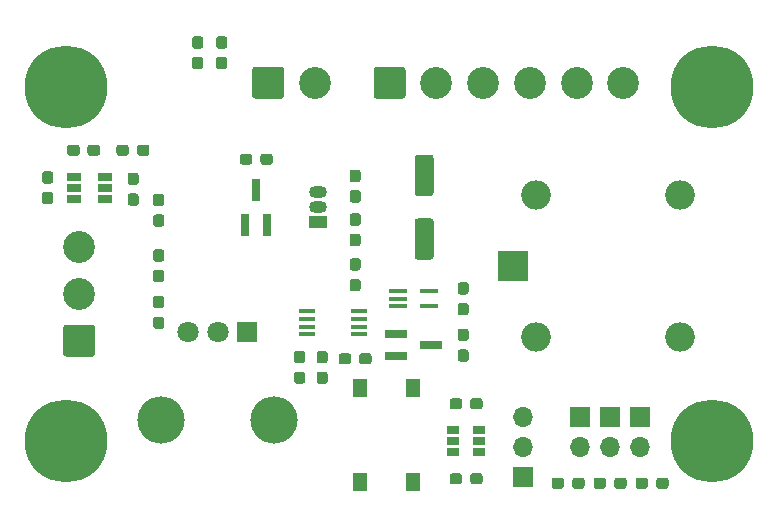
<source format=gbr>
G04 #@! TF.GenerationSoftware,KiCad,Pcbnew,(5.1.7)-1*
G04 #@! TF.CreationDate,2020-12-21T12:07:40-05:00*
G04 #@! TF.ProjectId,Fan Controller v3.0,46616e20-436f-46e7-9472-6f6c6c657220,A*
G04 #@! TF.SameCoordinates,Original*
G04 #@! TF.FileFunction,Soldermask,Top*
G04 #@! TF.FilePolarity,Negative*
%FSLAX46Y46*%
G04 Gerber Fmt 4.6, Leading zero omitted, Abs format (unit mm)*
G04 Created by KiCad (PCBNEW (5.1.7)-1) date 2020-12-21 12:07:40*
%MOMM*%
%LPD*%
G01*
G04 APERTURE LIST*
%ADD10C,7.000000*%
%ADD11R,1.450000X0.450000*%
%ADD12R,1.500000X0.400000*%
%ADD13R,1.060000X0.650000*%
%ADD14R,1.220000X0.650000*%
%ADD15R,1.500000X1.050000*%
%ADD16O,1.500000X1.050000*%
%ADD17R,1.300000X1.550000*%
%ADD18R,1.800000X1.800000*%
%ADD19C,1.800000*%
%ADD20O,4.000000X4.000000*%
%ADD21R,1.900000X0.800000*%
%ADD22R,0.800000X1.900000*%
%ADD23O,2.500000X2.500000*%
%ADD24R,2.500000X2.500000*%
%ADD25O,1.700000X1.700000*%
%ADD26R,1.700000X1.700000*%
%ADD27C,2.700000*%
G04 APERTURE END LIST*
D10*
G04 #@! TO.C,REF\u002A\u002A*
X144399000Y-43561000D03*
G04 #@! TD*
G04 #@! TO.C,REF\u002A\u002A*
X199136000Y-73533000D03*
G04 #@! TD*
G04 #@! TO.C,REF\u002A\u002A*
X199136000Y-43561000D03*
G04 #@! TD*
G04 #@! TO.C,REF\u002A\u002A*
X144399000Y-73533000D03*
G04 #@! TD*
D11*
G04 #@! TO.C,U5*
X169205000Y-62525000D03*
X169205000Y-63175000D03*
X169205000Y-63825000D03*
X169205000Y-64475000D03*
X164805000Y-64475000D03*
X164805000Y-63825000D03*
X164805000Y-63175000D03*
X164805000Y-62525000D03*
G04 #@! TD*
D12*
G04 #@! TO.C,U4*
X175193000Y-60818000D03*
X175193000Y-62118000D03*
X172533000Y-62118000D03*
X172533000Y-61468000D03*
X172533000Y-60818000D03*
G04 #@! TD*
D13*
G04 #@! TO.C,U3*
X179408000Y-73533000D03*
X179408000Y-72583000D03*
X179408000Y-74483000D03*
X177208000Y-74483000D03*
X177208000Y-73533000D03*
X177208000Y-72583000D03*
G04 #@! TD*
D14*
G04 #@! TO.C,U2*
X147741000Y-51120000D03*
X147741000Y-52070000D03*
X147741000Y-53020000D03*
X145121000Y-53020000D03*
X145121000Y-52070000D03*
X145121000Y-51120000D03*
G04 #@! TD*
D15*
G04 #@! TO.C,U1*
X165735000Y-54991000D03*
D16*
X165735000Y-52451000D03*
X165735000Y-53721000D03*
G04 #@! TD*
D17*
G04 #@! TO.C,SW1*
X169327000Y-77005000D03*
X173827000Y-77005000D03*
X173827000Y-69045000D03*
X169327000Y-69045000D03*
G04 #@! TD*
D18*
G04 #@! TO.C,RV1*
X159766000Y-64262000D03*
D19*
X157266000Y-64262000D03*
X154766000Y-64262000D03*
D20*
X162016000Y-71762000D03*
X152516000Y-71762000D03*
G04 #@! TD*
G04 #@! TO.C,R15*
G36*
G01*
X163972500Y-67628000D02*
X164447500Y-67628000D01*
G75*
G02*
X164685000Y-67865500I0J-237500D01*
G01*
X164685000Y-68440500D01*
G75*
G02*
X164447500Y-68678000I-237500J0D01*
G01*
X163972500Y-68678000D01*
G75*
G02*
X163735000Y-68440500I0J237500D01*
G01*
X163735000Y-67865500D01*
G75*
G02*
X163972500Y-67628000I237500J0D01*
G01*
G37*
G36*
G01*
X163972500Y-65878000D02*
X164447500Y-65878000D01*
G75*
G02*
X164685000Y-66115500I0J-237500D01*
G01*
X164685000Y-66690500D01*
G75*
G02*
X164447500Y-66928000I-237500J0D01*
G01*
X163972500Y-66928000D01*
G75*
G02*
X163735000Y-66690500I0J237500D01*
G01*
X163735000Y-66115500D01*
G75*
G02*
X163972500Y-65878000I237500J0D01*
G01*
G37*
G04 #@! TD*
G04 #@! TO.C,R14*
G36*
G01*
X165878500Y-67634600D02*
X166353500Y-67634600D01*
G75*
G02*
X166591000Y-67872100I0J-237500D01*
G01*
X166591000Y-68447100D01*
G75*
G02*
X166353500Y-68684600I-237500J0D01*
G01*
X165878500Y-68684600D01*
G75*
G02*
X165641000Y-68447100I0J237500D01*
G01*
X165641000Y-67872100D01*
G75*
G02*
X165878500Y-67634600I237500J0D01*
G01*
G37*
G36*
G01*
X165878500Y-65884600D02*
X166353500Y-65884600D01*
G75*
G02*
X166591000Y-66122100I0J-237500D01*
G01*
X166591000Y-66697100D01*
G75*
G02*
X166353500Y-66934600I-237500J0D01*
G01*
X165878500Y-66934600D01*
G75*
G02*
X165641000Y-66697100I0J237500D01*
G01*
X165641000Y-66122100D01*
G75*
G02*
X165878500Y-65884600I237500J0D01*
G01*
G37*
G04 #@! TD*
G04 #@! TO.C,R13*
G36*
G01*
X168672500Y-59786000D02*
X169147500Y-59786000D01*
G75*
G02*
X169385000Y-60023500I0J-237500D01*
G01*
X169385000Y-60598500D01*
G75*
G02*
X169147500Y-60836000I-237500J0D01*
G01*
X168672500Y-60836000D01*
G75*
G02*
X168435000Y-60598500I0J237500D01*
G01*
X168435000Y-60023500D01*
G75*
G02*
X168672500Y-59786000I237500J0D01*
G01*
G37*
G36*
G01*
X168672500Y-58036000D02*
X169147500Y-58036000D01*
G75*
G02*
X169385000Y-58273500I0J-237500D01*
G01*
X169385000Y-58848500D01*
G75*
G02*
X169147500Y-59086000I-237500J0D01*
G01*
X168672500Y-59086000D01*
G75*
G02*
X168435000Y-58848500I0J237500D01*
G01*
X168435000Y-58273500D01*
G75*
G02*
X168672500Y-58036000I237500J0D01*
G01*
G37*
G04 #@! TD*
G04 #@! TO.C,R12*
G36*
G01*
X157369500Y-40990000D02*
X157844500Y-40990000D01*
G75*
G02*
X158082000Y-41227500I0J-237500D01*
G01*
X158082000Y-41802500D01*
G75*
G02*
X157844500Y-42040000I-237500J0D01*
G01*
X157369500Y-42040000D01*
G75*
G02*
X157132000Y-41802500I0J237500D01*
G01*
X157132000Y-41227500D01*
G75*
G02*
X157369500Y-40990000I237500J0D01*
G01*
G37*
G36*
G01*
X157369500Y-39240000D02*
X157844500Y-39240000D01*
G75*
G02*
X158082000Y-39477500I0J-237500D01*
G01*
X158082000Y-40052500D01*
G75*
G02*
X157844500Y-40290000I-237500J0D01*
G01*
X157369500Y-40290000D01*
G75*
G02*
X157132000Y-40052500I0J237500D01*
G01*
X157132000Y-39477500D01*
G75*
G02*
X157369500Y-39240000I237500J0D01*
G01*
G37*
G04 #@! TD*
G04 #@! TO.C,R11*
G36*
G01*
X178291500Y-61118000D02*
X177816500Y-61118000D01*
G75*
G02*
X177579000Y-60880500I0J237500D01*
G01*
X177579000Y-60305500D01*
G75*
G02*
X177816500Y-60068000I237500J0D01*
G01*
X178291500Y-60068000D01*
G75*
G02*
X178529000Y-60305500I0J-237500D01*
G01*
X178529000Y-60880500D01*
G75*
G02*
X178291500Y-61118000I-237500J0D01*
G01*
G37*
G36*
G01*
X178291500Y-62868000D02*
X177816500Y-62868000D01*
G75*
G02*
X177579000Y-62630500I0J237500D01*
G01*
X177579000Y-62055500D01*
G75*
G02*
X177816500Y-61818000I237500J0D01*
G01*
X178291500Y-61818000D01*
G75*
G02*
X178529000Y-62055500I0J-237500D01*
G01*
X178529000Y-62630500D01*
G75*
G02*
X178291500Y-62868000I-237500J0D01*
G01*
G37*
G04 #@! TD*
G04 #@! TO.C,R10*
G36*
G01*
X187294000Y-77326500D02*
X187294000Y-76851500D01*
G75*
G02*
X187531500Y-76614000I237500J0D01*
G01*
X188106500Y-76614000D01*
G75*
G02*
X188344000Y-76851500I0J-237500D01*
G01*
X188344000Y-77326500D01*
G75*
G02*
X188106500Y-77564000I-237500J0D01*
G01*
X187531500Y-77564000D01*
G75*
G02*
X187294000Y-77326500I0J237500D01*
G01*
G37*
G36*
G01*
X185544000Y-77326500D02*
X185544000Y-76851500D01*
G75*
G02*
X185781500Y-76614000I237500J0D01*
G01*
X186356500Y-76614000D01*
G75*
G02*
X186594000Y-76851500I0J-237500D01*
G01*
X186594000Y-77326500D01*
G75*
G02*
X186356500Y-77564000I-237500J0D01*
G01*
X185781500Y-77564000D01*
G75*
G02*
X185544000Y-77326500I0J237500D01*
G01*
G37*
G04 #@! TD*
G04 #@! TO.C,R9*
G36*
G01*
X190850000Y-77326500D02*
X190850000Y-76851500D01*
G75*
G02*
X191087500Y-76614000I237500J0D01*
G01*
X191662500Y-76614000D01*
G75*
G02*
X191900000Y-76851500I0J-237500D01*
G01*
X191900000Y-77326500D01*
G75*
G02*
X191662500Y-77564000I-237500J0D01*
G01*
X191087500Y-77564000D01*
G75*
G02*
X190850000Y-77326500I0J237500D01*
G01*
G37*
G36*
G01*
X189100000Y-77326500D02*
X189100000Y-76851500D01*
G75*
G02*
X189337500Y-76614000I237500J0D01*
G01*
X189912500Y-76614000D01*
G75*
G02*
X190150000Y-76851500I0J-237500D01*
G01*
X190150000Y-77326500D01*
G75*
G02*
X189912500Y-77564000I-237500J0D01*
G01*
X189337500Y-77564000D01*
G75*
G02*
X189100000Y-77326500I0J237500D01*
G01*
G37*
G04 #@! TD*
G04 #@! TO.C,R8*
G36*
G01*
X193706000Y-76851500D02*
X193706000Y-77326500D01*
G75*
G02*
X193468500Y-77564000I-237500J0D01*
G01*
X192893500Y-77564000D01*
G75*
G02*
X192656000Y-77326500I0J237500D01*
G01*
X192656000Y-76851500D01*
G75*
G02*
X192893500Y-76614000I237500J0D01*
G01*
X193468500Y-76614000D01*
G75*
G02*
X193706000Y-76851500I0J-237500D01*
G01*
G37*
G36*
G01*
X195456000Y-76851500D02*
X195456000Y-77326500D01*
G75*
G02*
X195218500Y-77564000I-237500J0D01*
G01*
X194643500Y-77564000D01*
G75*
G02*
X194406000Y-77326500I0J237500D01*
G01*
X194406000Y-76851500D01*
G75*
G02*
X194643500Y-76614000I237500J0D01*
G01*
X195218500Y-76614000D01*
G75*
G02*
X195456000Y-76851500I0J-237500D01*
G01*
G37*
G04 #@! TD*
G04 #@! TO.C,R7*
G36*
G01*
X177958000Y-76470500D02*
X177958000Y-76945500D01*
G75*
G02*
X177720500Y-77183000I-237500J0D01*
G01*
X177145500Y-77183000D01*
G75*
G02*
X176908000Y-76945500I0J237500D01*
G01*
X176908000Y-76470500D01*
G75*
G02*
X177145500Y-76233000I237500J0D01*
G01*
X177720500Y-76233000D01*
G75*
G02*
X177958000Y-76470500I0J-237500D01*
G01*
G37*
G36*
G01*
X179708000Y-76470500D02*
X179708000Y-76945500D01*
G75*
G02*
X179470500Y-77183000I-237500J0D01*
G01*
X178895500Y-77183000D01*
G75*
G02*
X178658000Y-76945500I0J237500D01*
G01*
X178658000Y-76470500D01*
G75*
G02*
X178895500Y-76233000I237500J0D01*
G01*
X179470500Y-76233000D01*
G75*
G02*
X179708000Y-76470500I0J-237500D01*
G01*
G37*
G04 #@! TD*
G04 #@! TO.C,R6*
G36*
G01*
X143112500Y-51720000D02*
X142637500Y-51720000D01*
G75*
G02*
X142400000Y-51482500I0J237500D01*
G01*
X142400000Y-50907500D01*
G75*
G02*
X142637500Y-50670000I237500J0D01*
G01*
X143112500Y-50670000D01*
G75*
G02*
X143350000Y-50907500I0J-237500D01*
G01*
X143350000Y-51482500D01*
G75*
G02*
X143112500Y-51720000I-237500J0D01*
G01*
G37*
G36*
G01*
X143112500Y-53470000D02*
X142637500Y-53470000D01*
G75*
G02*
X142400000Y-53232500I0J237500D01*
G01*
X142400000Y-52657500D01*
G75*
G02*
X142637500Y-52420000I237500J0D01*
G01*
X143112500Y-52420000D01*
G75*
G02*
X143350000Y-52657500I0J-237500D01*
G01*
X143350000Y-53232500D01*
G75*
G02*
X143112500Y-53470000I-237500J0D01*
G01*
G37*
G04 #@! TD*
G04 #@! TO.C,R5*
G36*
G01*
X152035500Y-54325000D02*
X152510500Y-54325000D01*
G75*
G02*
X152748000Y-54562500I0J-237500D01*
G01*
X152748000Y-55137500D01*
G75*
G02*
X152510500Y-55375000I-237500J0D01*
G01*
X152035500Y-55375000D01*
G75*
G02*
X151798000Y-55137500I0J237500D01*
G01*
X151798000Y-54562500D01*
G75*
G02*
X152035500Y-54325000I237500J0D01*
G01*
G37*
G36*
G01*
X152035500Y-52575000D02*
X152510500Y-52575000D01*
G75*
G02*
X152748000Y-52812500I0J-237500D01*
G01*
X152748000Y-53387500D01*
G75*
G02*
X152510500Y-53625000I-237500J0D01*
G01*
X152035500Y-53625000D01*
G75*
G02*
X151798000Y-53387500I0J237500D01*
G01*
X151798000Y-52812500D01*
G75*
G02*
X152035500Y-52575000I237500J0D01*
G01*
G37*
G04 #@! TD*
G04 #@! TO.C,R4*
G36*
G01*
X152510500Y-58324000D02*
X152035500Y-58324000D01*
G75*
G02*
X151798000Y-58086500I0J237500D01*
G01*
X151798000Y-57511500D01*
G75*
G02*
X152035500Y-57274000I237500J0D01*
G01*
X152510500Y-57274000D01*
G75*
G02*
X152748000Y-57511500I0J-237500D01*
G01*
X152748000Y-58086500D01*
G75*
G02*
X152510500Y-58324000I-237500J0D01*
G01*
G37*
G36*
G01*
X152510500Y-60074000D02*
X152035500Y-60074000D01*
G75*
G02*
X151798000Y-59836500I0J237500D01*
G01*
X151798000Y-59261500D01*
G75*
G02*
X152035500Y-59024000I237500J0D01*
G01*
X152510500Y-59024000D01*
G75*
G02*
X152748000Y-59261500I0J-237500D01*
G01*
X152748000Y-59836500D01*
G75*
G02*
X152510500Y-60074000I-237500J0D01*
G01*
G37*
G04 #@! TD*
G04 #@! TO.C,R3*
G36*
G01*
X149750000Y-48657500D02*
X149750000Y-49132500D01*
G75*
G02*
X149512500Y-49370000I-237500J0D01*
G01*
X148937500Y-49370000D01*
G75*
G02*
X148700000Y-49132500I0J237500D01*
G01*
X148700000Y-48657500D01*
G75*
G02*
X148937500Y-48420000I237500J0D01*
G01*
X149512500Y-48420000D01*
G75*
G02*
X149750000Y-48657500I0J-237500D01*
G01*
G37*
G36*
G01*
X151500000Y-48657500D02*
X151500000Y-49132500D01*
G75*
G02*
X151262500Y-49370000I-237500J0D01*
G01*
X150687500Y-49370000D01*
G75*
G02*
X150450000Y-49132500I0J237500D01*
G01*
X150450000Y-48657500D01*
G75*
G02*
X150687500Y-48420000I237500J0D01*
G01*
X151262500Y-48420000D01*
G75*
G02*
X151500000Y-48657500I0J-237500D01*
G01*
G37*
G04 #@! TD*
G04 #@! TO.C,R2*
G36*
G01*
X149876500Y-52547000D02*
X150351500Y-52547000D01*
G75*
G02*
X150589000Y-52784500I0J-237500D01*
G01*
X150589000Y-53359500D01*
G75*
G02*
X150351500Y-53597000I-237500J0D01*
G01*
X149876500Y-53597000D01*
G75*
G02*
X149639000Y-53359500I0J237500D01*
G01*
X149639000Y-52784500D01*
G75*
G02*
X149876500Y-52547000I237500J0D01*
G01*
G37*
G36*
G01*
X149876500Y-50797000D02*
X150351500Y-50797000D01*
G75*
G02*
X150589000Y-51034500I0J-237500D01*
G01*
X150589000Y-51609500D01*
G75*
G02*
X150351500Y-51847000I-237500J0D01*
G01*
X149876500Y-51847000D01*
G75*
G02*
X149639000Y-51609500I0J237500D01*
G01*
X149639000Y-51034500D01*
G75*
G02*
X149876500Y-50797000I237500J0D01*
G01*
G37*
G04 #@! TD*
G04 #@! TO.C,R1*
G36*
G01*
X152035500Y-62975000D02*
X152510500Y-62975000D01*
G75*
G02*
X152748000Y-63212500I0J-237500D01*
G01*
X152748000Y-63787500D01*
G75*
G02*
X152510500Y-64025000I-237500J0D01*
G01*
X152035500Y-64025000D01*
G75*
G02*
X151798000Y-63787500I0J237500D01*
G01*
X151798000Y-63212500D01*
G75*
G02*
X152035500Y-62975000I237500J0D01*
G01*
G37*
G36*
G01*
X152035500Y-61225000D02*
X152510500Y-61225000D01*
G75*
G02*
X152748000Y-61462500I0J-237500D01*
G01*
X152748000Y-62037500D01*
G75*
G02*
X152510500Y-62275000I-237500J0D01*
G01*
X152035500Y-62275000D01*
G75*
G02*
X151798000Y-62037500I0J237500D01*
G01*
X151798000Y-61462500D01*
G75*
G02*
X152035500Y-61225000I237500J0D01*
G01*
G37*
G04 #@! TD*
D21*
G04 #@! TO.C,Q2*
X175363000Y-65405000D03*
X172363000Y-66355000D03*
X172363000Y-64455000D03*
G04 #@! TD*
D22*
G04 #@! TO.C,Q1*
X160528000Y-52221000D03*
X161478000Y-55221000D03*
X159578000Y-55221000D03*
G04 #@! TD*
D23*
G04 #@! TO.C,K1*
X184245000Y-52674000D03*
X196445000Y-52674000D03*
X196445000Y-64674000D03*
X184245000Y-64674000D03*
D24*
X182245000Y-58674000D03*
G04 #@! TD*
D25*
G04 #@! TO.C,JP4*
X183134000Y-71501000D03*
X183134000Y-74041000D03*
D26*
X183134000Y-76581000D03*
G04 #@! TD*
D25*
G04 #@! TO.C,JP3*
X187960000Y-74041000D03*
D26*
X187960000Y-71501000D03*
G04 #@! TD*
D25*
G04 #@! TO.C,JP2*
X190500000Y-74041000D03*
D26*
X190500000Y-71501000D03*
G04 #@! TD*
D25*
G04 #@! TO.C,JP1*
X193040000Y-74041000D03*
D26*
X193040000Y-71501000D03*
G04 #@! TD*
D27*
G04 #@! TO.C,J3*
X191631000Y-43180000D03*
X187671000Y-43180000D03*
X183711000Y-43180000D03*
X179751000Y-43180000D03*
X175791000Y-43180000D03*
G36*
G01*
X170481000Y-44279999D02*
X170481000Y-42080001D01*
G75*
G02*
X170731001Y-41830000I250001J0D01*
G01*
X172930999Y-41830000D01*
G75*
G02*
X173181000Y-42080001I0J-250001D01*
G01*
X173181000Y-44279999D01*
G75*
G02*
X172930999Y-44530000I-250001J0D01*
G01*
X170731001Y-44530000D01*
G75*
G02*
X170481000Y-44279999I0J250001D01*
G01*
G37*
G04 #@! TD*
G04 #@! TO.C,J2*
X145542000Y-57104000D03*
X145542000Y-61064000D03*
G36*
G01*
X146641999Y-66374000D02*
X144442001Y-66374000D01*
G75*
G02*
X144192000Y-66123999I0J250001D01*
G01*
X144192000Y-63924001D01*
G75*
G02*
X144442001Y-63674000I250001J0D01*
G01*
X146641999Y-63674000D01*
G75*
G02*
X146892000Y-63924001I0J-250001D01*
G01*
X146892000Y-66123999D01*
G75*
G02*
X146641999Y-66374000I-250001J0D01*
G01*
G37*
G04 #@! TD*
G04 #@! TO.C,J1*
X165504000Y-43180000D03*
G36*
G01*
X160194000Y-44279999D02*
X160194000Y-42080001D01*
G75*
G02*
X160444001Y-41830000I250001J0D01*
G01*
X162643999Y-41830000D01*
G75*
G02*
X162894000Y-42080001I0J-250001D01*
G01*
X162894000Y-44279999D01*
G75*
G02*
X162643999Y-44530000I-250001J0D01*
G01*
X160444001Y-44530000D01*
G75*
G02*
X160194000Y-44279999I0J250001D01*
G01*
G37*
G04 #@! TD*
G04 #@! TO.C,F1*
G36*
G01*
X160892000Y-49894500D02*
X160892000Y-49419500D01*
G75*
G02*
X161129500Y-49182000I237500J0D01*
G01*
X161704500Y-49182000D01*
G75*
G02*
X161942000Y-49419500I0J-237500D01*
G01*
X161942000Y-49894500D01*
G75*
G02*
X161704500Y-50132000I-237500J0D01*
G01*
X161129500Y-50132000D01*
G75*
G02*
X160892000Y-49894500I0J237500D01*
G01*
G37*
G36*
G01*
X159142000Y-49894500D02*
X159142000Y-49419500D01*
G75*
G02*
X159379500Y-49182000I237500J0D01*
G01*
X159954500Y-49182000D01*
G75*
G02*
X160192000Y-49419500I0J-237500D01*
G01*
X160192000Y-49894500D01*
G75*
G02*
X159954500Y-50132000I-237500J0D01*
G01*
X159379500Y-50132000D01*
G75*
G02*
X159142000Y-49894500I0J237500D01*
G01*
G37*
G04 #@! TD*
G04 #@! TO.C,D2*
G36*
G01*
X155337500Y-40990000D02*
X155812500Y-40990000D01*
G75*
G02*
X156050000Y-41227500I0J-237500D01*
G01*
X156050000Y-41802500D01*
G75*
G02*
X155812500Y-42040000I-237500J0D01*
G01*
X155337500Y-42040000D01*
G75*
G02*
X155100000Y-41802500I0J237500D01*
G01*
X155100000Y-41227500D01*
G75*
G02*
X155337500Y-40990000I237500J0D01*
G01*
G37*
G36*
G01*
X155337500Y-39240000D02*
X155812500Y-39240000D01*
G75*
G02*
X156050000Y-39477500I0J-237500D01*
G01*
X156050000Y-40052500D01*
G75*
G02*
X155812500Y-40290000I-237500J0D01*
G01*
X155337500Y-40290000D01*
G75*
G02*
X155100000Y-40052500I0J237500D01*
G01*
X155100000Y-39477500D01*
G75*
G02*
X155337500Y-39240000I237500J0D01*
G01*
G37*
G04 #@! TD*
G04 #@! TO.C,D1*
G36*
G01*
X177816500Y-65755000D02*
X178291500Y-65755000D01*
G75*
G02*
X178529000Y-65992500I0J-237500D01*
G01*
X178529000Y-66567500D01*
G75*
G02*
X178291500Y-66805000I-237500J0D01*
G01*
X177816500Y-66805000D01*
G75*
G02*
X177579000Y-66567500I0J237500D01*
G01*
X177579000Y-65992500D01*
G75*
G02*
X177816500Y-65755000I237500J0D01*
G01*
G37*
G36*
G01*
X177816500Y-64005000D02*
X178291500Y-64005000D01*
G75*
G02*
X178529000Y-64242500I0J-237500D01*
G01*
X178529000Y-64817500D01*
G75*
G02*
X178291500Y-65055000I-237500J0D01*
G01*
X177816500Y-65055000D01*
G75*
G02*
X177579000Y-64817500I0J237500D01*
G01*
X177579000Y-64242500D01*
G75*
G02*
X177816500Y-64005000I237500J0D01*
G01*
G37*
G04 #@! TD*
G04 #@! TO.C,C6*
G36*
G01*
X169235000Y-66785500D02*
X169235000Y-66310500D01*
G75*
G02*
X169472500Y-66073000I237500J0D01*
G01*
X170072500Y-66073000D01*
G75*
G02*
X170310000Y-66310500I0J-237500D01*
G01*
X170310000Y-66785500D01*
G75*
G02*
X170072500Y-67023000I-237500J0D01*
G01*
X169472500Y-67023000D01*
G75*
G02*
X169235000Y-66785500I0J237500D01*
G01*
G37*
G36*
G01*
X167510000Y-66785500D02*
X167510000Y-66310500D01*
G75*
G02*
X167747500Y-66073000I237500J0D01*
G01*
X168347500Y-66073000D01*
G75*
G02*
X168585000Y-66310500I0J-237500D01*
G01*
X168585000Y-66785500D01*
G75*
G02*
X168347500Y-67023000I-237500J0D01*
G01*
X167747500Y-67023000D01*
G75*
G02*
X167510000Y-66785500I0J237500D01*
G01*
G37*
G04 #@! TD*
G04 #@! TO.C,C5*
G36*
G01*
X175302000Y-52771000D02*
X174202000Y-52771000D01*
G75*
G02*
X173952000Y-52521000I0J250000D01*
G01*
X173952000Y-49521000D01*
G75*
G02*
X174202000Y-49271000I250000J0D01*
G01*
X175302000Y-49271000D01*
G75*
G02*
X175552000Y-49521000I0J-250000D01*
G01*
X175552000Y-52521000D01*
G75*
G02*
X175302000Y-52771000I-250000J0D01*
G01*
G37*
G36*
G01*
X175302000Y-58171000D02*
X174202000Y-58171000D01*
G75*
G02*
X173952000Y-57921000I0J250000D01*
G01*
X173952000Y-54921000D01*
G75*
G02*
X174202000Y-54671000I250000J0D01*
G01*
X175302000Y-54671000D01*
G75*
G02*
X175552000Y-54921000I0J-250000D01*
G01*
X175552000Y-57921000D01*
G75*
G02*
X175302000Y-58171000I-250000J0D01*
G01*
G37*
G04 #@! TD*
G04 #@! TO.C,C4*
G36*
G01*
X178633000Y-70595500D02*
X178633000Y-70120500D01*
G75*
G02*
X178870500Y-69883000I237500J0D01*
G01*
X179470500Y-69883000D01*
G75*
G02*
X179708000Y-70120500I0J-237500D01*
G01*
X179708000Y-70595500D01*
G75*
G02*
X179470500Y-70833000I-237500J0D01*
G01*
X178870500Y-70833000D01*
G75*
G02*
X178633000Y-70595500I0J237500D01*
G01*
G37*
G36*
G01*
X176908000Y-70595500D02*
X176908000Y-70120500D01*
G75*
G02*
X177145500Y-69883000I237500J0D01*
G01*
X177745500Y-69883000D01*
G75*
G02*
X177983000Y-70120500I0J-237500D01*
G01*
X177983000Y-70595500D01*
G75*
G02*
X177745500Y-70833000I-237500J0D01*
G01*
X177145500Y-70833000D01*
G75*
G02*
X176908000Y-70595500I0J237500D01*
G01*
G37*
G04 #@! TD*
G04 #@! TO.C,C3*
G36*
G01*
X145598000Y-48657500D02*
X145598000Y-49132500D01*
G75*
G02*
X145360500Y-49370000I-237500J0D01*
G01*
X144760500Y-49370000D01*
G75*
G02*
X144523000Y-49132500I0J237500D01*
G01*
X144523000Y-48657500D01*
G75*
G02*
X144760500Y-48420000I237500J0D01*
G01*
X145360500Y-48420000D01*
G75*
G02*
X145598000Y-48657500I0J-237500D01*
G01*
G37*
G36*
G01*
X147323000Y-48657500D02*
X147323000Y-49132500D01*
G75*
G02*
X147085500Y-49370000I-237500J0D01*
G01*
X146485500Y-49370000D01*
G75*
G02*
X146248000Y-49132500I0J237500D01*
G01*
X146248000Y-48657500D01*
G75*
G02*
X146485500Y-48420000I237500J0D01*
G01*
X147085500Y-48420000D01*
G75*
G02*
X147323000Y-48657500I0J-237500D01*
G01*
G37*
G04 #@! TD*
G04 #@! TO.C,C2*
G36*
G01*
X168672500Y-55951000D02*
X169147500Y-55951000D01*
G75*
G02*
X169385000Y-56188500I0J-237500D01*
G01*
X169385000Y-56788500D01*
G75*
G02*
X169147500Y-57026000I-237500J0D01*
G01*
X168672500Y-57026000D01*
G75*
G02*
X168435000Y-56788500I0J237500D01*
G01*
X168435000Y-56188500D01*
G75*
G02*
X168672500Y-55951000I237500J0D01*
G01*
G37*
G36*
G01*
X168672500Y-54226000D02*
X169147500Y-54226000D01*
G75*
G02*
X169385000Y-54463500I0J-237500D01*
G01*
X169385000Y-55063500D01*
G75*
G02*
X169147500Y-55301000I-237500J0D01*
G01*
X168672500Y-55301000D01*
G75*
G02*
X168435000Y-55063500I0J237500D01*
G01*
X168435000Y-54463500D01*
G75*
G02*
X168672500Y-54226000I237500J0D01*
G01*
G37*
G04 #@! TD*
G04 #@! TO.C,C1*
G36*
G01*
X169147500Y-51618000D02*
X168672500Y-51618000D01*
G75*
G02*
X168435000Y-51380500I0J237500D01*
G01*
X168435000Y-50780500D01*
G75*
G02*
X168672500Y-50543000I237500J0D01*
G01*
X169147500Y-50543000D01*
G75*
G02*
X169385000Y-50780500I0J-237500D01*
G01*
X169385000Y-51380500D01*
G75*
G02*
X169147500Y-51618000I-237500J0D01*
G01*
G37*
G36*
G01*
X169147500Y-53343000D02*
X168672500Y-53343000D01*
G75*
G02*
X168435000Y-53105500I0J237500D01*
G01*
X168435000Y-52505500D01*
G75*
G02*
X168672500Y-52268000I237500J0D01*
G01*
X169147500Y-52268000D01*
G75*
G02*
X169385000Y-52505500I0J-237500D01*
G01*
X169385000Y-53105500D01*
G75*
G02*
X169147500Y-53343000I-237500J0D01*
G01*
G37*
G04 #@! TD*
M02*

</source>
